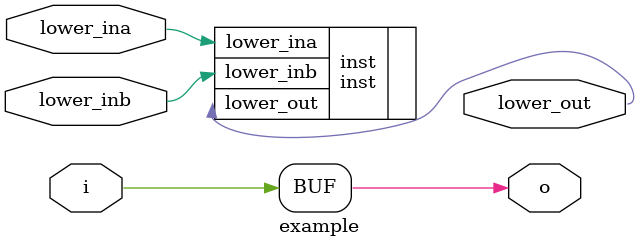
<source format=v>
module example (/*AUTOARG*/
                // Outputs
                lower_out, o,
                // Inputs
                lower_inb, lower_ina, i
                );
   input  i;
   output o;
   /*AUTOINPUT*/
   // Beginning of automatic inputs (from unused autoinst inputs)
   input  lower_ina; // To inst of inst.v
   input  lower_inb; // To inst of inst.v
   // End of automatics
   /*AUTOOUTPUT*/
   // Beginning of automatic outputs (from unused autoinst outputs)
   output lower_out; // From inst of inst.v
   // End of automatics
   /*AUTOREG*/
   // Beginning of automatic regs (for this module's undeclared outputs)
   reg    o;
   // End of automatics
   inst inst (/*AUTOINST*/
              // Outputs
              .lower_out                (lower_out),
              // Inputs
              .lower_inb                (lower_inb),
              .lower_ina                (lower_ina));
   always @ (/*AUTOSENSE*/i) begin
      o  = i;
   end
endmodule



</source>
